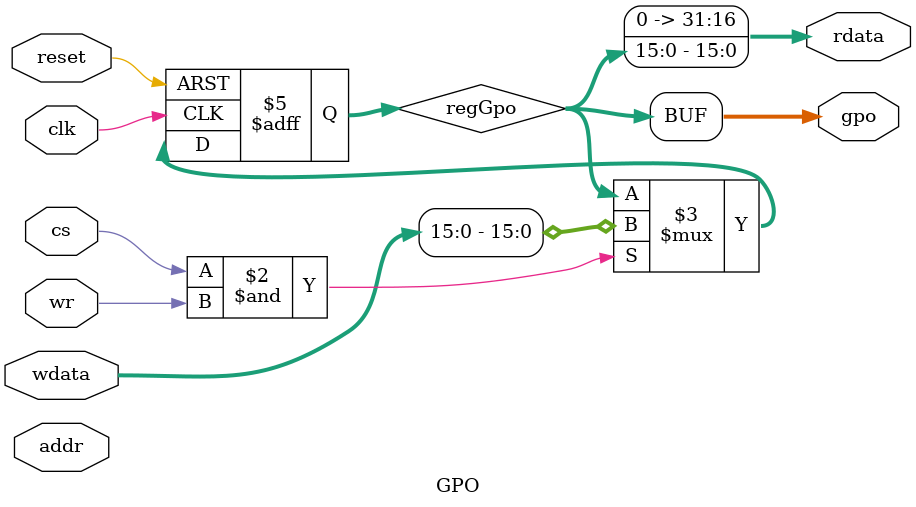
<source format=v>
`timescale 1ns / 1ps

module GPO (
    input         clk,
    input         reset,
    input         cs,
    input         wr,
    input         addr,
    input  [31:0] wdata,
    output [31:0] rdata,
    output [ 15:0] gpo
);

    reg [15:0] regGpo; //odr

    assign gpo = regGpo;

    always @(posedge clk , posedge reset) begin
        if(reset) begin
            regGpo <= 0;
        end 
        else begin
            if(cs & wr) regGpo <= wdata[15:0];
        end
    end

    assign rdata = {16'b0,regGpo};

endmodule

</source>
